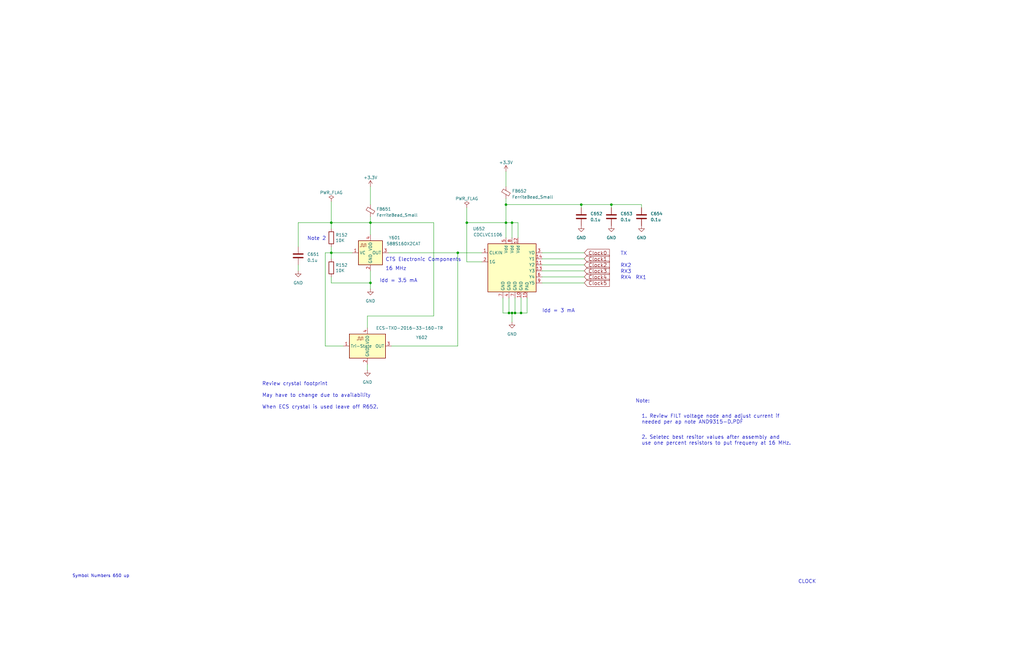
<source format=kicad_sch>
(kicad_sch (version 20230121) (generator eeschema)
  (paper "USLedger")
  (title_block (title "Radiation Tolerant PacSat Communication") (date "2023-06-17") (rev "A") (company "AMSAT-NA") (comment 1 "N5BRG"))
  (lib_symbols
    (symbol "Device:C" (pin_numbers hide) (pin_names (offset 0.254))
      (property "Reference" "C" (at 0.635 2.54 0))
      (property "Value" "C" (at 0.635 -2.54 0))
      (symbol "C_0_1"
        (polyline (pts (xy -2.032 -0.762) (xy 2.032 -0.762)) (stroke (width 0.508)))
        (polyline (pts (xy -2.032 0.762) (xy 2.032 0.762)) (stroke (width 0.508)))
      )
      (symbol "C_1_1"
        (pin passive line (at 0 3.81 270) (length 2.794) (name "~") (number "1"))
        (pin passive line (at 0 -3.81 90) (length 2.794) (name "~") (number "2"))
      )
    )
    (symbol "Device:FerriteBead_Small" (pin_numbers hide) (pin_names (offset 0))
      (property "Reference" "FB" (at 1.905 1.27 0))
      (property "Value" "FerriteBead_Small" (at 1.905 -1.27 0))
      (symbol "FerriteBead_Small_0_1"
        (polyline (pts (xy 0 -1.27) (xy 0 -0.7874)))
        (polyline (pts (xy 0 0.889) (xy 0 1.2954)))
        (polyline (pts (xy -1.8288 0.2794) (xy -1.1176 1.4986) (xy 1.8288 -0.2032) (xy 1.1176 -1.4224) (xy -1.8288 0.2794)))
      )
      (symbol "FerriteBead_Small_1_1"
        (pin passive line (at 0 2.54 270) (length 1.27) (name "~") (number "1"))
        (pin passive line (at 0 -2.54 90) (length 1.27) (name "~") (number "2"))
      )
    )
    (symbol "Device:R" (pin_numbers hide) (pin_names (offset 0))
      (property "Reference" "R" (at 2.032 0 90))
      (property "Value" "R" (at 0 0 90))
      (symbol "R_0_1"
        (rectangle (start -1.016 -2.54) (end 1.016 2.54) (stroke (width 0.254)))
      )
      (symbol "R_1_1"
        (pin passive line (at 0 3.81 270) (length 1.27) (name "~") (number "1"))
        (pin passive line (at 0 -3.81 90) (length 1.27) (name "~") (number "2"))
      )
    )
    (symbol "Oscillator:ECS-2520MV-xxx-xx"
      (property "Reference" "X" (at -5.08 6.35 0))
      (property "Value" "ECS-2520MV-xxx-xx" (at 1.27 -6.35 0))
      (symbol "ECS-2520MV-xxx-xx_0_1"
        (rectangle (start -7.62 5.08) (end 7.62 -5.08) (stroke (width 0.254)) (fill (type background)))
        (polyline (pts (xy -4.445 2.54) (xy -3.81 2.54) (xy -3.81 3.81) (xy -3.175 3.81) (xy -3.175 2.54) (xy -2.54 2.54) (xy -2.54 3.81) (xy -1.905 3.81) (xy -1.905 2.54)))
      )
      (symbol "ECS-2520MV-xxx-xx_1_1"
        (pin input line (at -10.16 0 0) (length 2.54) (name "Tri-State") (number "1"))
        (pin power_in line (at 0 -7.62 90) (length 2.54) (name "GND") (number "2"))
        (pin output line (at 10.16 0 180) (length 2.54) (name "OUT") (number "3"))
        (pin power_in line (at 0 7.62 270) (length 2.54) (name "VDD") (number "4"))
      )
    )
    (symbol "Oscillator:FT5HV"
      (property "Reference" "U" (at 5.08 11.43 0))
      (property "Value" "FT5HV" (at 6.35 8.89 0))
      (symbol "FT5HV_0_1"
        (rectangle (start -5.08 5.08) (end 5.08 -5.08) (stroke (width 0.254)) (fill (type background)))
        (polyline (pts (xy -4.445 2.54) (xy -3.81 2.54) (xy -3.81 3.81) (xy -3.175 3.81) (xy -3.175 2.54) (xy -2.54 2.54) (xy -2.54 3.81) (xy -1.905 3.81) (xy -1.905 2.54)))
      )
      (symbol "FT5HV_1_1"
        (pin input line (at -7.62 0 0) (length 2.54) (name "VC") (number "1"))
        (pin power_in line (at 0 -7.62 90) (length 2.54) (name "GND") (number "2"))
        (pin output line (at 7.62 0 180) (length 2.54) (name "OUT") (number "3"))
        (pin power_in line (at 0 7.62 270) (length 2.54) (name "VDD") (number "4"))
      )
    )
    (symbol "PACSAT_ICs:CDCLVP1106"
      (property "Reference" "U652" (at -13.97 16.51 0))
      (property "Value" "CDCLVC1106" (at -10.16 13.97 0))
      (symbol "CDCLVP1106_0_0"
        (pin input line (at -12.7 6.35 0) (length 2.54) (name "CLKIN") (number "1"))
        (pin power_in line (at 3.81 -12.7 90) (length 2.54) (name "GND") (number "10"))
        (pin output line (at 12.7 1.27 180) (length 2.54) (name "Y2") (number "11"))
        (pin power_in line (at 2.54 12.7 270) (length 2.54) (name "Vdd") (number "12"))
        (pin output line (at 12.7 -1.27 180) (length 2.54) (name "Y3") (number "13"))
        (pin output line (at 12.7 3.81 180) (length 2.54) (name "Y1") (number "14"))
        (pin input line (at -12.7 2.54 0) (length 2.54) (name "1G") (number "2"))
        (pin output line (at 12.7 6.35 180) (length 2.54) (name "YO") (number "3"))
        (pin power_in line (at -1.27 -12.7 90) (length 2.54) (name "GND") (number "4"))
        (pin power_in line (at -2.54 12.7 270) (length 2.54) (name "Vdd") (number "5"))
        (pin output line (at 12.7 -3.81 180) (length 2.54) (name "Y4") (number "6"))
        (pin power_in line (at -3.81 -12.7 90) (length 2.54) (name "GND") (number "7"))
        (pin power_in line (at 1.27 -12.7 90) (length 2.54) (name "GND") (number "7"))
        (pin power_in line (at 0 12.7 270) (length 2.54) (name "Vdd") (number "8"))
        (pin output line (at 12.7 -6.35 180) (length 2.54) (name "Y5") (number "9"))
      )
      (symbol "CDCLVP1106_0_1"
        (rectangle (start -10.16 10.16) (end 10.16 -10.16) (stroke (width 0.254)) (fill (type background)))
      )
      (symbol "CDCLVP1106_1_1"
        (pin power_in line (at 6.35 -12.7 90) (length 2.54) (name "PAD") (number "15"))
      )
    )
    (symbol "power:+3.3V" (power) (pin_names (offset 0))
      (property "Value" "+3.3V" (at 0 3.556 0))
      (symbol "+3.3V_0_1"
        (polyline (pts (xy -0.762 1.27) (xy 0 2.54)))
        (polyline (pts (xy 0 0) (xy 0 2.54)))
        (polyline (pts (xy 0 2.54) (xy 0.762 1.27)))
      )
      (symbol "+3.3V_1_1"
        (pin power_in line (at 0 0 90) (length 0) hide (name "+3.3V") (number "1"))
      )
    )
    (symbol "power:GND" (power) (pin_names (offset 0))
      (property "Value" "GND" (at 0 -3.81 0))
      (symbol "GND_0_1"
        (polyline (pts (xy 0 0) (xy 0 -1.27) (xy 1.27 -1.27) (xy 0 -2.54) (xy -1.27 -1.27) (xy 0 -1.27)))
      )
      (symbol "GND_1_1"
        (pin power_in line (at 0 0 270) (length 0) hide (name "GND") (number "1"))
      )
    )
    (symbol "power:PWR_FLAG" (power) (pin_numbers hide) (pin_names (offset 0) hide)
      (property "Value" "PWR_FLAG" (at 0 3.81 0))
      (symbol "PWR_FLAG_0_0"
        (pin power_out line (at 0 0 90) (length 0) (name "pwr") (number "1"))
      )
      (symbol "PWR_FLAG_0_1"
        (polyline (pts (xy 0 0) (xy 0 1.27) (xy -1.016 1.905) (xy 0 2.54) (xy 1.016 1.905) (xy 0 1.27)))
      )
    )
  )
  (junction (at 214.63 132.08))
  (junction (at 196.85 93.98))
  (junction (at 245.11 86.36))
  (junction (at 139.7 93.98))
  (junction (at 219.71 132.08))
  (junction (at 193.04 106.68))
  (junction (at 217.17 132.08))
  (junction (at 139.7 106.68))
  (junction (at 215.9 132.08))
  (junction (at 213.36 86.36))
  (junction (at 156.21 93.98))
  (junction (at 156.21 119.38))
  (junction (at 213.36 93.98))
  (junction (at 257.81 86.36))
  (junction (at 215.9 93.98))
  (wire (pts (xy 215.9 132.08) (xy 217.17 132.08)))
  (wire (pts (xy 156.21 114.3) (xy 156.21 119.38)))
  (wire (pts (xy 228.6 114.3) (xy 246.38 114.3)))
  (wire (pts (xy 139.7 93.98) (xy 139.7 96.52)))
  (wire (pts (xy 165.1 146.05) (xy 193.04 146.05)))
  (wire (pts (xy 193.04 106.68) (xy 203.2 106.68)))
  (wire (pts (xy 154.94 133.35) (xy 154.94 138.43)))
  (wire (pts (xy 163.83 106.68) (xy 193.04 106.68)))
  (wire (pts (xy 156.21 78.74) (xy 156.21 86.36)))
  (wire (pts (xy 214.63 132.08) (xy 215.9 132.08)))
  (wire (pts (xy 219.71 132.08) (xy 217.17 132.08)))
  (wire (pts (xy 156.21 93.98) (xy 182.88 93.98)))
  (wire (pts (xy 219.71 125.73) (xy 219.71 132.08)))
  (wire (pts (xy 156.21 91.44) (xy 156.21 93.98)))
  (wire (pts (xy 139.7 106.68) (xy 148.59 106.68)))
  (wire (pts (xy 245.11 87.63) (xy 245.11 86.36)))
  (wire (pts (xy 228.6 106.68) (xy 246.38 106.68)))
  (wire (pts (xy 156.21 93.98) (xy 156.21 99.06)))
  (wire (pts (xy 257.81 87.63) (xy 257.81 86.36)))
  (wire (pts (xy 228.6 111.76) (xy 246.38 111.76)))
  (wire (pts (xy 125.73 93.98) (xy 139.7 93.98)))
  (wire (pts (xy 215.9 93.98) (xy 218.44 93.98)))
  (wire (pts (xy 139.7 116.84) (xy 139.7 119.38)))
  (wire (pts (xy 218.44 93.98) (xy 218.44 100.33)))
  (wire (pts (xy 125.73 111.76) (xy 125.73 114.3)))
  (wire (pts (xy 196.85 110.49) (xy 196.85 93.98)))
  (wire (pts (xy 219.71 132.08) (xy 222.25 132.08)))
  (wire (pts (xy 245.11 86.36) (xy 213.36 86.36)))
  (wire (pts (xy 213.36 72.39) (xy 213.36 78.74)))
  (wire (pts (xy 139.7 93.98) (xy 156.21 93.98)))
  (wire (pts (xy 228.6 119.38) (xy 246.38 119.38)))
  (wire (pts (xy 215.9 132.08) (xy 215.9 135.89)))
  (wire (pts (xy 137.16 106.68) (xy 139.7 106.68)))
  (wire (pts (xy 196.85 87.63) (xy 196.85 93.98)))
  (wire (pts (xy 213.36 83.82) (xy 213.36 86.36)))
  (wire (pts (xy 257.81 86.36) (xy 270.51 86.36)))
  (wire (pts (xy 213.36 93.98) (xy 213.36 100.33)))
  (wire (pts (xy 139.7 104.14) (xy 139.7 106.68)))
  (wire (pts (xy 203.2 110.49) (xy 196.85 110.49)))
  (wire (pts (xy 139.7 119.38) (xy 156.21 119.38)))
  (wire (pts (xy 212.09 132.08) (xy 214.63 132.08)))
  (wire (pts (xy 213.36 86.36) (xy 213.36 93.98)))
  (wire (pts (xy 228.6 109.22) (xy 246.38 109.22)))
  (wire (pts (xy 144.78 146.05) (xy 137.16 146.05)))
  (wire (pts (xy 139.7 85.09) (xy 139.7 93.98)))
  (wire (pts (xy 217.17 125.73) (xy 217.17 132.08)))
  (wire (pts (xy 196.85 93.98) (xy 213.36 93.98)))
  (wire (pts (xy 154.94 153.67) (xy 154.94 156.21)))
  (wire (pts (xy 245.11 86.36) (xy 257.81 86.36)))
  (wire (pts (xy 270.51 87.63) (xy 270.51 86.36)))
  (wire (pts (xy 228.6 116.84) (xy 246.38 116.84)))
  (wire (pts (xy 137.16 146.05) (xy 137.16 106.68)))
  (wire (pts (xy 125.73 93.98) (xy 125.73 104.14)))
  (wire (pts (xy 182.88 133.35) (xy 154.94 133.35)))
  (wire (pts (xy 212.09 125.73) (xy 212.09 132.08)))
  (wire (pts (xy 193.04 146.05) (xy 193.04 106.68)))
  (wire (pts (xy 215.9 93.98) (xy 215.9 100.33)))
  (wire (pts (xy 214.63 125.73) (xy 214.63 132.08)))
  (wire (pts (xy 213.36 93.98) (xy 215.9 93.98)))
  (wire (pts (xy 156.21 119.38) (xy 156.21 121.92)))
  (wire (pts (xy 139.7 106.68) (xy 139.7 109.22)))
  (wire (pts (xy 182.88 93.98) (xy 182.88 133.35)))
  (wire (pts (xy 222.25 125.73) (xy 222.25 132.08)))
  (text "RX2" (at 261.62 113.03 0) (effects (font (size 1.524 1.524)) (justify left bottom)))
  (text "1. Review FILT voltage node and adjust current if\nneeded per ap note AND9315-D.PDF" (at 270.51 179.07 0) (effects (font (size 1.524 1.524)) (justify left bottom)))
  (text "CLOCK" (at 336.55 246.38 0) (effects (font (size 1.524 1.524)) (justify left bottom)))
  (text "RX1" (at 267.97 118.11 0) (effects (font (size 1.524 1.524)) (justify left bottom)))
  (text "RX3" (at 261.62 115.57 0) (effects (font (size 1.524 1.524)) (justify left bottom)))
  (text "RX4" (at 261.62 118.11 0) (effects (font (size 1.524 1.524)) (justify left bottom)))
  (text "TX" (at 261.62 107.95 0) (effects (font (size 1.524 1.524)) (justify left bottom)))
  (text "Review crystal footprint\n\nMay have to change due to availability\n\nWhen ECS crystal is used leave off R652." (at 110.49 172.72 0) (effects (font (size 1.524 1.524)) (justify left bottom)))
  (text "CTS Electronic Components" (at 162.56 110.49 0) (effects (font (size 1.524 1.524)) (justify left bottom)))
  (text "Note:\n" (at 267.97 170.18 0) (effects (font (size 1.524 1.524)) (justify left bottom)))
  (text "Note 2" (at 129.54 101.6 0) (effects (font (size 1.524 1.524)) (justify left bottom)))
  (text "16 MHz" (at 162.56 114.3 0) (effects (font (size 1.524 1.524)) (justify left bottom)))
  (text "2. Seletec best resitor values after assembly and\nuse one percent resistors to put frequeny at 16 MHz." (at 270.51 187.96 0) (effects (font (size 1.524 1.524)) (justify left bottom)))
  (text "Idd = 3 mA" (at 228.6 132.08 0) (effects (font (size 1.524 1.524)) (justify left bottom)))
  (text "Symbol Numbers 650 up" (at 30.48 243.84 0) (effects (font (size 1.27 1.27)) (justify left bottom)))
  (text "Idd = 3.5 mA" (at 160.02 119.38 0) (effects (font (size 1.524 1.524)) (justify left bottom)))
  (global_label "Clock4" (shape input) (at 246.38 116.84 0) (effects (font (size 1.524 1.524))) (property "Intersheetrefs" "${INTERSHEET_REFS}" (effects hide)))
  (global_label "Clock3" (shape input) (at 246.38 114.3 0) (effects (font (size 1.524 1.524))) (property "Intersheetrefs" "${INTERSHEET_REFS}" (effects hide)))
  (global_label "Clock0" (shape input) (at 246.38 106.68 0) (effects (font (size 1.524 1.524))) (property "Intersheetrefs" "${INTERSHEET_REFS}" (effects hide)))
  (global_label "Clock1" (shape input) (at 246.38 109.22 0) (effects (font (size 1.524 1.524))) (property "Intersheetrefs" "${INTERSHEET_REFS}" (effects hide)))
  (global_label "Clock2" (shape input) (at 246.38 111.76 0) (effects (font (size 1.524 1.524))) (property "Intersheetrefs" "${INTERSHEET_REFS}" (effects hide)))
  (global_label "Clock5" (shape input) (at 246.38 119.38 0) (effects (font (size 1.524 1.524))) (property "Intersheetrefs" "${INTERSHEET_REFS}" (effects hide)))
  (symbol (lib_id "Device:C") (at 245.11 91.44 0) (unit 1)
    (property "Reference" "C652" (at 248.92 90.1699 0) (effects (justify left)))
    (property "Value" "0.1u" (at 248.92 92.7099 0) (effects (justify left)))
    (property "Footprint" "Capacitor_SMD:C_0603_1608Metric_Pad1.08x0.95mm_HandSolder" (effects hide))
  )
  (symbol (lib_id "power:GND") (at 215.9 135.89 0) (unit 1)
    (property "Reference" "#PWR0655" (effects hide))
    (property "Value" "GND" (at 215.9 140.97 0))
  )
  (symbol (lib_id "power:+3.3V") (at 156.21 78.74 0) (unit 1)
    (property "Reference" "#PWR0652" (effects hide))
    (property "Value" "+3.3V" (at 156.21 74.93 0))
  )
  (symbol (lib_id "power:GND") (at 154.94 156.21 0) (unit 1)
    (property "Reference" "#PWR0143" (effects hide))
    (property "Value" "GND" (at 154.94 161.29 0))
  )
  (symbol (lib_id "Device:FerriteBead_Small") (at 156.21 88.9 0) (unit 1)
    (property "Reference" "FB651" (at 158.75 88.2269 0) (effects (justify left)))
    (property "Value" "FerriteBead_Small" (at 158.75 90.7669 0) (effects (justify left)))
    (property "Footprint" "Resistor_SMD:R_0603_1608Metric_Pad0.98x0.95mm_HandSolder" (effects hide))
  )
  (symbol (lib_id "power:GND") (at 270.51 95.25 0) (unit 1)
    (property "Reference" "#PWR0658" (effects hide))
    (property "Value" "GND" (at 270.51 100.33 0))
  )
  (symbol (lib_id "power:GND") (at 257.81 95.25 0) (unit 1)
    (property "Reference" "#PWR0657" (effects hide))
    (property "Value" "GND" (at 257.81 100.33 0))
  )
  (symbol (lib_id "power:PWR_FLAG") (at 196.85 87.63 0) (unit 1)
    (property "Reference" "#FLG095" (effects hide))
    (property "Value" "PWR_FLAG" (at 196.85 83.82 0))
  )
  (symbol (lib_id "power:PWR_FLAG") (at 139.7 85.09 0) (unit 1)
    (property "Reference" "#FLG06" (effects hide))
    (property "Value" "PWR_FLAG" (at 139.7 81.28 0))
  )
  (symbol (lib_id "power:+3.3V") (at 213.36 72.39 0) (unit 1)
    (property "Reference" "#PWR0654" (effects hide))
    (property "Value" "+3.3V" (at 213.36 68.58 0))
  )
  (symbol (lib_id "Device:R") (at 139.7 100.33 0) (unit 1)
    (property "Reference" "R152" (at 141.478 99.1616 0) (effects (justify left)))
    (property "Value" "10K" (at 141.478 101.473 0) (effects (justify left)))
    (property "Footprint" "Resistor_SMD:R_0603_1608Metric_Pad0.98x0.95mm_HandSolder" (effects hide))
    (instances (project "PacSat_Dev_RevC_231018" (path "" (reference "R152") (unit 1)) (path "" (reference "R651") (unit 1))))
  )
  (symbol (lib_id "power:GND") (at 245.11 95.25 0) (unit 1)
    (property "Reference" "#PWR0656" (effects hide))
    (property "Value" "GND" (at 245.11 100.33 0))
  )
  (symbol (lib_id "Device:FerriteBead_Small") (at 213.36 81.28 0) (unit 1)
    (property "Reference" "FB652" (at 215.9 80.6069 0) (effects (justify left)))
    (property "Value" "FerriteBead_Small" (at 215.9 83.1469 0) (effects (justify left)))
    (property "Footprint" "Resistor_SMD:R_0603_1608Metric_Pad0.98x0.95mm_HandSolder" (effects hide))
  )
  (symbol (lib_id "Device:C") (at 125.73 107.95 0) (unit 1)
    (property "Reference" "C651" (at 129.54 107.315 0) (effects (justify left)))
    (property "Value" "0.1u" (at 129.54 109.855 0) (effects (justify left)))
    (property "Footprint" "Capacitor_SMD:C_0603_1608Metric_Pad1.08x0.95mm_HandSolder" (effects hide))
  )
  (symbol (lib_id "Oscillator:FT5HV") (at 156.21 106.68 0) (unit 1)
    (property "Reference" "Y601" (at 166.37 100.33 0))
    (property "Value" "588S160X2CAT" (at 170.18 102.87 0))
    (property "Footprint" "PacSatDev_misc:Oscillator_SMD_CTS_4X5mm" (effects hide))
    (property "Datasheet" "https://foxonline.com/wp-content/uploads/pdfs/T5HN_T5HV.pdf" (effects hide))
  )
  (symbol (lib_id "power:GND") (at 156.21 121.92 0) (unit 1)
    (property "Reference" "#PWR0653" (effects hide))
    (property "Value" "GND" (at 156.21 127 0))
  )
  (symbol (lib_id "Device:R") (at 139.7 113.03 0) (unit 1)
    (property "Reference" "R152" (at 141.478 111.8616 0) (effects (justify left)))
    (property "Value" "10K" (at 141.478 114.173 0) (effects (justify left)))
    (property "Footprint" "Resistor_SMD:R_0603_1608Metric_Pad0.98x0.95mm_HandSolder" (effects hide))
    (instances (project "PacSat_Dev_RevC_231018" (path "" (reference "R152") (unit 1)) (path "" (reference "R652") (unit 1))))
  )
  (symbol (lib_id "Device:C") (at 257.81 91.44 0) (unit 1)
    (property "Reference" "C653" (at 261.62 90.1699 0) (effects (justify left)))
    (property "Value" "0.1u" (at 261.62 92.7099 0) (effects (justify left)))
    (property "Footprint" "Capacitor_SMD:C_0603_1608Metric_Pad1.08x0.95mm_HandSolder" (effects hide))
  )
  (symbol (lib_id "Oscillator:ECS-2520MV-xxx-xx") (at 154.94 146.05 0) (unit 1)
    (property "Reference" "Y602" (at 177.8 142.4021 0))
    (property "Value" "ECS-TXO-2016-33-160-TR" (at 172.72 138.43 0))
    (property "Footprint" "Oscillator:Oscillator_SMD_ECS_2520MV-xxx-xx-4Pin_2.5x2.0mm" (effects hide))
    (property "Datasheet" "https://www.ecsxtal.com/store/pdf/ECS-2520MV.pdf" (effects hide))
  )
  (symbol (lib_id "PACSAT_ICs:CDCLVP1106") (at 215.9 113.03 0) (unit 1)
    (property "Reference" "U652" (at 201.93 96.52 0))
    (property "Value" "CDCLVC1106" (at 205.74 99.06 0))
    (property "Footprint" "Package_SO:HTSSOP-14-1EP_4.4x5mm_P0.65mm_EP3.4x5mm_Mask3x3.1mm" (effects hide))
    (property "Datasheet" "https://www.ti.com/lit/ds/symlink/cdclvc1106.pdf?ts=1677547349892&ref_url=https%253A%252F%252Fwww.ti.com%252Fsitesearch%252Fen-us%252Fdocs%252Funiversalsearch.tsp%253FlangPref%253Den-US%2526searchTerm%253DCDCLVC1106%2526nr%253D39" (effects hide))
  )
  (symbol (lib_id "Device:C") (at 270.51 91.44 0) (unit 1)
    (property "Reference" "C654" (at 274.32 90.1699 0) (effects (justify left)))
    (property "Value" "0.1u" (at 274.32 92.7099 0) (effects (justify left)))
    (property "Footprint" "Capacitor_SMD:C_0603_1608Metric_Pad1.08x0.95mm_HandSolder" (effects hide))
  )
  (symbol (lib_id "power:GND") (at 125.73 114.3 0) (unit 1)
    (property "Reference" "#PWR0651" (effects hide))
    (property "Value" "GND" (at 125.73 119.38 0))
  )
)
</source>
